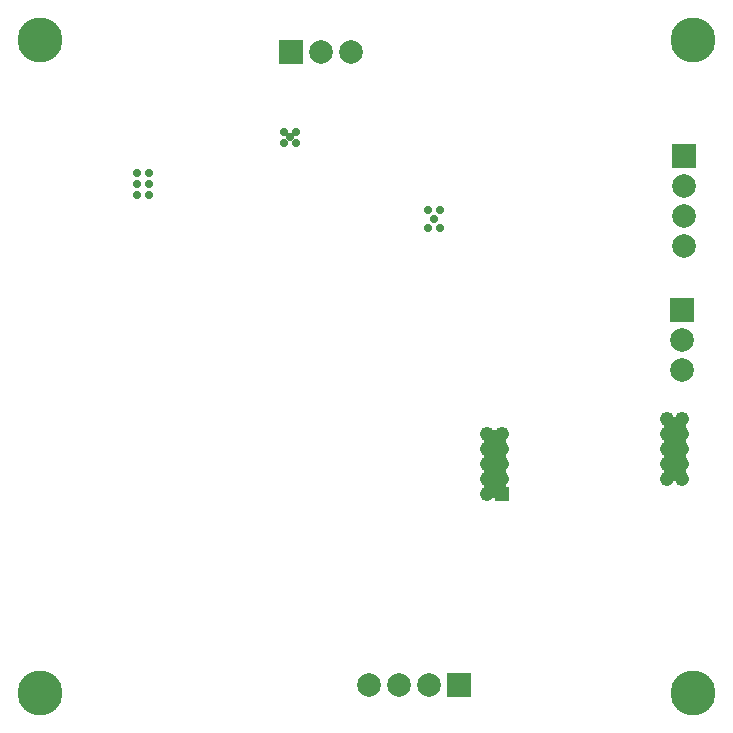
<source format=gbs>
G04*
G04 #@! TF.GenerationSoftware,Altium Limited,Altium Designer,22.2.1 (43)*
G04*
G04 Layer_Color=16711935*
%FSLAX25Y25*%
%MOIN*%
G70*
G04*
G04 #@! TF.SameCoordinates,8235A018-37D0-441A-9F77-F42B88AFE5DC*
G04*
G04*
G04 #@! TF.FilePolarity,Negative*
G04*
G01*
G75*
%ADD112R,0.07887X0.07887*%
%ADD113C,0.07887*%
%ADD114R,0.04760X0.04760*%
%ADD115C,0.04760*%
%ADD116R,0.07887X0.07887*%
%ADD117C,0.14973*%
%ADD118C,0.02800*%
%ADD137R,0.07800X0.22500*%
%ADD138R,0.07600X0.21700*%
D112*
X224000Y188172D02*
D03*
X223425Y136811D02*
D03*
D113*
X224000Y178172D02*
D03*
Y168172D02*
D03*
Y158172D02*
D03*
X103075Y222947D02*
D03*
X113075D02*
D03*
X223425Y116811D02*
D03*
Y126811D02*
D03*
X119000Y12000D02*
D03*
X129000D02*
D03*
X139000D02*
D03*
D114*
X163386Y75709D02*
D03*
D115*
Y80709D02*
D03*
X158386Y75709D02*
D03*
Y80709D02*
D03*
Y90709D02*
D03*
Y85709D02*
D03*
X163386Y90709D02*
D03*
Y85709D02*
D03*
Y95709D02*
D03*
X158386D02*
D03*
X223425Y80630D02*
D03*
Y85630D02*
D03*
X218425Y80630D02*
D03*
Y85630D02*
D03*
Y95630D02*
D03*
Y90630D02*
D03*
X223425Y95630D02*
D03*
Y90630D02*
D03*
Y100630D02*
D03*
X218425D02*
D03*
D116*
X93075Y222947D02*
D03*
X149000Y12000D02*
D03*
D117*
X9252Y9252D02*
D03*
X226969D02*
D03*
X9252Y226969D02*
D03*
X226969D02*
D03*
D118*
X41517Y182514D02*
D03*
Y178971D02*
D03*
Y175428D02*
D03*
X45454D02*
D03*
Y178971D02*
D03*
Y182514D02*
D03*
X92498Y194467D02*
D03*
X90530Y192498D02*
D03*
X90530Y196435D02*
D03*
X94467Y196435D02*
D03*
X94467Y192498D02*
D03*
X140748Y167323D02*
D03*
X142717Y170276D02*
D03*
X138779D02*
D03*
Y164370D02*
D03*
X142717D02*
D03*
D137*
X160800Y85550D02*
D03*
D138*
X221000Y90550D02*
D03*
M02*

</source>
